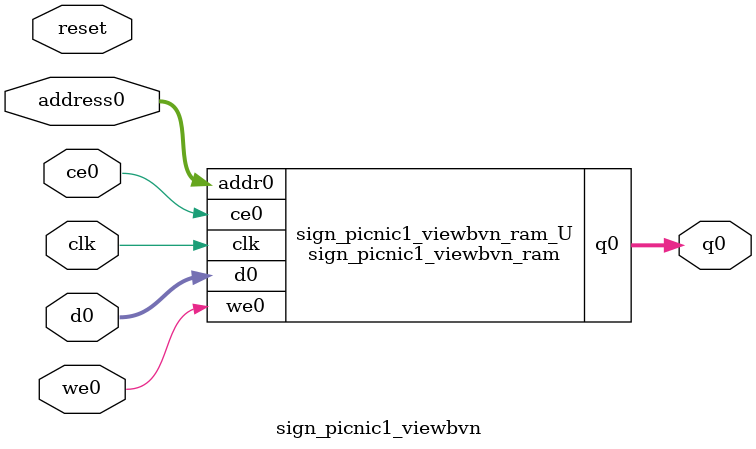
<source format=v>
`timescale 1 ns / 1 ps
module sign_picnic1_viewbvn_ram (addr0, ce0, d0, we0, q0,  clk);

parameter DWIDTH = 32;
parameter AWIDTH = 12;
parameter MEM_SIZE = 2628;

input[AWIDTH-1:0] addr0;
input ce0;
input[DWIDTH-1:0] d0;
input we0;
output reg[DWIDTH-1:0] q0;
input clk;

(* ram_style = "block" *)reg [DWIDTH-1:0] ram[0:MEM_SIZE-1];




always @(posedge clk)  
begin 
    if (ce0) begin
        if (we0) 
            ram[addr0] <= d0; 
        q0 <= ram[addr0];
    end
end


endmodule

`timescale 1 ns / 1 ps
module sign_picnic1_viewbvn(
    reset,
    clk,
    address0,
    ce0,
    we0,
    d0,
    q0);

parameter DataWidth = 32'd32;
parameter AddressRange = 32'd2628;
parameter AddressWidth = 32'd12;
input reset;
input clk;
input[AddressWidth - 1:0] address0;
input ce0;
input we0;
input[DataWidth - 1:0] d0;
output[DataWidth - 1:0] q0;



sign_picnic1_viewbvn_ram sign_picnic1_viewbvn_ram_U(
    .clk( clk ),
    .addr0( address0 ),
    .ce0( ce0 ),
    .we0( we0 ),
    .d0( d0 ),
    .q0( q0 ));

endmodule


</source>
